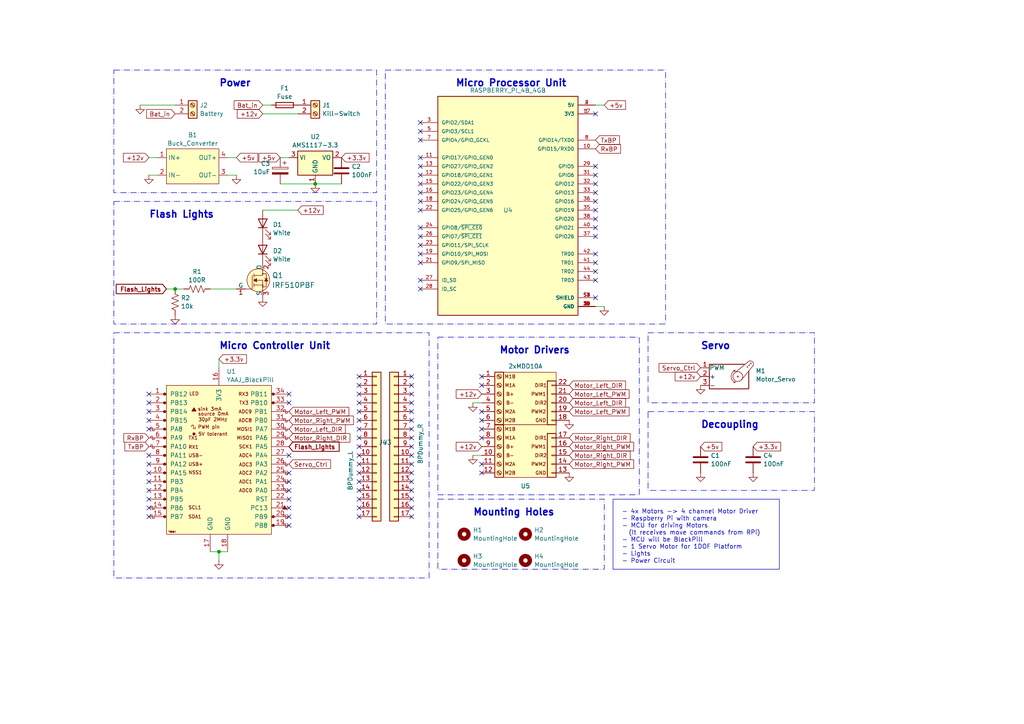
<source format=kicad_sch>
(kicad_sch (version 20230121) (generator eeschema)
  (paper "A4")
  (title_block (title "Surveillance Robot") (date "2023-11-13") (rev "v1") (company "MIT, Mechatronics B, 26'"))
  (lib_symbols
    (symbol "Connector:Screw_Terminal_01x02" (pin_names (offset 1.016) hide)
      (property "Reference" "J" (at 0 2.54 0))
      (property "Value" "Screw_Terminal_01x02" (at 0 -5.08 0))
      (symbol "Screw_Terminal_01x02_1_1"
        (rectangle (start -1.27 1.27) (end 1.27 -3.81) (stroke (width 0.254)) (fill (type background)))
        (circle (center 0 -2.54) (radius 0.635) (stroke (width 0.1524)))
        (polyline (pts (xy -0.5334 -2.2098) (xy 0.3302 -3.048)) (stroke (width 0.1524)))
        (polyline (pts (xy -0.5334 0.3302) (xy 0.3302 -0.508)) (stroke (width 0.1524)))
        (polyline (pts (xy -0.3556 -2.032) (xy 0.508 -2.8702)) (stroke (width 0.1524)))
        (polyline (pts (xy -0.3556 0.508) (xy 0.508 -0.3302)) (stroke (width 0.1524)))
        (circle (center 0 0) (radius 0.635) (stroke (width 0.1524)))
        (pin passive line (at -5.08 0 0) (length 3.81) (name "Pin_1") (number "1"))
        (pin passive line (at -5.08 -2.54 0) (length 3.81) (name "Pin_2") (number "2"))
      )
    )
    (symbol "Connector_Generic:Conn_01x17" (pin_names (offset 1.016) hide)
      (property "Reference" "J" (at 0 22.86 0))
      (property "Value" "Conn_01x17" (at 0 -22.86 0))
      (symbol "Conn_01x17_1_1"
        (rectangle (start -1.27 -20.193) (end 0 -20.447) (stroke (width 0.1524)))
        (rectangle (start -1.27 -17.653) (end 0 -17.907) (stroke (width 0.1524)))
        (rectangle (start -1.27 -15.113) (end 0 -15.367) (stroke (width 0.1524)))
        (rectangle (start -1.27 -12.573) (end 0 -12.827) (stroke (width 0.1524)))
        (rectangle (start -1.27 -10.033) (end 0 -10.287) (stroke (width 0.1524)))
        (rectangle (start -1.27 -7.493) (end 0 -7.747) (stroke (width 0.1524)))
        (rectangle (start -1.27 -4.953) (end 0 -5.207) (stroke (width 0.1524)))
        (rectangle (start -1.27 -2.413) (end 0 -2.667) (stroke (width 0.1524)))
        (rectangle (start -1.27 0.127) (end 0 -0.127) (stroke (width 0.1524)))
        (rectangle (start -1.27 2.667) (end 0 2.413) (stroke (width 0.1524)))
        (rectangle (start -1.27 5.207) (end 0 4.953) (stroke (width 0.1524)))
        (rectangle (start -1.27 7.747) (end 0 7.493) (stroke (width 0.1524)))
        (rectangle (start -1.27 10.287) (end 0 10.033) (stroke (width 0.1524)))
        (rectangle (start -1.27 12.827) (end 0 12.573) (stroke (width 0.1524)))
        (rectangle (start -1.27 15.367) (end 0 15.113) (stroke (width 0.1524)))
        (rectangle (start -1.27 17.907) (end 0 17.653) (stroke (width 0.1524)))
        (rectangle (start -1.27 20.447) (end 0 20.193) (stroke (width 0.1524)))
        (rectangle (start -1.27 21.59) (end 1.27 -21.59) (stroke (width 0.254)) (fill (type background)))
        (pin passive line (at -5.08 20.32 0) (length 3.81) (name "Pin_1") (number "1"))
        (pin passive line (at -5.08 -2.54 0) (length 3.81) (name "Pin_10") (number "10"))
        (pin passive line (at -5.08 -5.08 0) (length 3.81) (name "Pin_11") (number "11"))
        (pin passive line (at -5.08 -7.62 0) (length 3.81) (name "Pin_12") (number "12"))
        (pin passive line (at -5.08 -10.16 0) (length 3.81) (name "Pin_13") (number "13"))
        (pin passive line (at -5.08 -12.7 0) (length 3.81) (name "Pin_14") (number "14"))
        (pin passive line (at -5.08 -15.24 0) (length 3.81) (name "Pin_15") (number "15"))
        (pin passive line (at -5.08 -17.78 0) (length 3.81) (name "Pin_16") (number "16"))
        (pin passive line (at -5.08 -20.32 0) (length 3.81) (name "Pin_17") (number "17"))
        (pin passive line (at -5.08 17.78 0) (length 3.81) (name "Pin_2") (number "2"))
        (pin passive line (at -5.08 15.24 0) (length 3.81) (name "Pin_3") (number "3"))
        (pin passive line (at -5.08 12.7 0) (length 3.81) (name "Pin_4") (number "4"))
        (pin passive line (at -5.08 10.16 0) (length 3.81) (name "Pin_5") (number "5"))
        (pin passive line (at -5.08 7.62 0) (length 3.81) (name "Pin_6") (number "6"))
        (pin passive line (at -5.08 5.08 0) (length 3.81) (name "Pin_7") (number "7"))
        (pin passive line (at -5.08 2.54 0) (length 3.81) (name "Pin_8") (number "8"))
        (pin passive line (at -5.08 0 0) (length 3.81) (name "Pin_9") (number "9"))
      )
    )
    (symbol "Device:C" (pin_numbers hide) (pin_names (offset 0.254))
      (property "Reference" "C" (at 0.635 2.54 0))
      (property "Value" "C" (at 0.635 -2.54 0))
      (symbol "C_0_1"
        (polyline (pts (xy -2.032 -0.762) (xy 2.032 -0.762)) (stroke (width 0.508)))
        (polyline (pts (xy -2.032 0.762) (xy 2.032 0.762)) (stroke (width 0.508)))
      )
      (symbol "C_1_1"
        (pin passive line (at 0 3.81 270) (length 2.794) (name "~") (number "1"))
        (pin passive line (at 0 -3.81 90) (length 2.794) (name "~") (number "2"))
      )
    )
    (symbol "Device:C_Polarized" (pin_numbers hide) (pin_names (offset 0.254))
      (property "Reference" "C" (at 0.635 2.54 0))
      (property "Value" "C_Polarized" (at 0.635 -2.54 0))
      (symbol "C_Polarized_0_1"
        (rectangle (start -2.286 0.508) (end 2.286 1.016))
        (polyline (pts (xy -1.778 2.286) (xy -0.762 2.286)))
        (polyline (pts (xy -1.27 2.794) (xy -1.27 1.778)))
        (rectangle (start 2.286 -0.508) (end -2.286 -1.016) (fill (type outline)))
      )
      (symbol "C_Polarized_1_1"
        (pin passive line (at 0 3.81 270) (length 2.794) (name "~") (number "1"))
        (pin passive line (at 0 -3.81 90) (length 2.794) (name "~") (number "2"))
      )
    )
    (symbol "Device:Fuse" (pin_numbers hide) (pin_names (offset 0))
      (property "Reference" "F" (at 2.032 0 90))
      (property "Value" "Fuse" (at -1.905 0 90))
      (symbol "Fuse_0_1"
        (rectangle (start -0.762 -2.54) (end 0.762 2.54) (stroke (width 0.254)))
        (polyline (pts (xy 0 2.54) (xy 0 -2.54)))
      )
      (symbol "Fuse_1_1"
        (pin passive line (at 0 3.81 270) (length 1.27) (name "~") (number "1"))
        (pin passive line (at 0 -3.81 90) (length 1.27) (name "~") (number "2"))
      )
    )
    (symbol "Device:R_US" (pin_numbers hide) (pin_names (offset 0))
      (property "Reference" "R" (at 2.54 0 90))
      (property "Value" "R_US" (at -2.54 0 90))
      (symbol "R_US_0_1"
        (polyline (pts (xy 0 -2.286) (xy 0 -2.54)))
        (polyline (pts (xy 0 2.286) (xy 0 2.54)))
        (polyline (pts (xy 0 -0.762) (xy 1.016 -1.143) (xy 0 -1.524) (xy -1.016 -1.905) (xy 0 -2.286)))
        (polyline (pts (xy 0 0.762) (xy 1.016 0.381) (xy 0 0) (xy -1.016 -0.381) (xy 0 -0.762)))
        (polyline (pts (xy 0 2.286) (xy 1.016 1.905) (xy 0 1.524) (xy -1.016 1.143) (xy 0 0.762)))
      )
      (symbol "R_US_1_1"
        (pin passive line (at 0 3.81 270) (length 1.27) (name "~") (number "1"))
        (pin passive line (at 0 -3.81 90) (length 1.27) (name "~") (number "2"))
      )
    )
    (symbol "Mechanical:MountingHole" (pin_names (offset 1.016))
      (property "Reference" "H" (at 0 5.08 0))
      (property "Value" "MountingHole" (at 0 3.175 0))
      (symbol "MountingHole_0_1"
        (circle (center 0 0) (radius 1.27) (stroke (width 1.27)))
      )
    )
    (symbol "Motor:Motor_Servo" (pin_names (offset 0.0254))
      (property "Reference" "M" (at -5.08 4.445 0))
      (property "Value" "Motor_Servo" (at -5.08 -4.064 0))
      (symbol "Motor_Servo_0_1"
        (polyline (pts (xy 2.413 -1.778) (xy 2.032 -1.778)))
        (polyline (pts (xy 2.413 -1.778) (xy 2.286 -1.397)))
        (polyline (pts (xy 2.413 1.778) (xy 1.905 1.778)))
        (polyline (pts (xy 2.413 1.778) (xy 2.286 1.397)))
        (polyline (pts (xy 6.35 4.445) (xy 2.54 1.27)))
        (polyline (pts (xy 7.62 3.175) (xy 4.191 -1.016)))
        (polyline (pts (xy 5.08 3.556) (xy -5.08 3.556) (xy -5.08 -3.556) (xy 6.35 -3.556) (xy 6.35 1.524)) (stroke (width 0.254)))
        (arc (start 2.413 1.778) (mid 1.2406 0) (end 2.413 -1.778))
        (circle (center 3.175 0) (radius 0.1778))
        (circle (center 3.175 0) (radius 1.4224))
        (circle (center 5.969 2.794) (radius 0.127))
        (circle (center 6.477 3.302) (radius 0.127))
        (circle (center 6.985 3.81) (radius 0.127))
        (arc (start 7.62 3.175) (mid 7.4485 4.2735) (end 6.35 4.445))
      )
      (symbol "Motor_Servo_1_1"
        (pin passive line (at -7.62 2.54 0) (length 2.54) (name "PWM") (number "1"))
        (pin passive line (at -7.62 0 0) (length 2.54) (name "+") (number "2"))
        (pin passive line (at -7.62 -2.54 0) (length 2.54) (name "-") (number "3"))
      )
    )
    (symbol "RASPBERRY_PI_4B_4GB:RASPBERRY_PI_4B_4GB" (pin_names (offset 1.016))
      (property "Reference" "U" (at -20.32 33.528 0))
      (property "Value" "RASPBERRY_PI_4B_4GB" (at -20.32 -33.02 0))
      (symbol "RASPBERRY_PI_4B_4GB_0_0"
        (rectangle (start -20.32 -30.48) (end 20.32 33.02) (stroke (width 0.254)) (fill (type background)))
        (pin power_in line (at 25.4 27.94 180) (length 5.08) (name "3V3") (number "1"))
        (pin bidirectional line (at 25.4 17.78 180) (length 5.08) (name "GPIO15/RXD0") (number "10"))
        (pin bidirectional line (at -25.4 15.24 0) (length 5.08) (name "GPIO17/GPIO_GEN0") (number "11"))
        (pin bidirectional line (at -25.4 10.16 0) (length 5.08) (name "GPIO18/GPIO_GEN1") (number "12"))
        (pin bidirectional line (at -25.4 12.7 0) (length 5.08) (name "GPIO27/GPIO_GEN2") (number "13"))
        (pin power_in line (at 25.4 -27.94 180) (length 5.08) (name "GND") (number "14"))
        (pin bidirectional line (at -25.4 7.62 0) (length 5.08) (name "GPIO22/GPIO_GEN3") (number "15"))
        (pin bidirectional line (at -25.4 5.08 0) (length 5.08) (name "GPIO23/GPIO_GEN4") (number "16"))
        (pin power_in line (at 25.4 27.94 180) (length 5.08) (name "3V3") (number "17"))
        (pin bidirectional line (at -25.4 2.54 0) (length 5.08) (name "GPIO24/GPIO_GEN5") (number "18"))
        (pin bidirectional line (at -25.4 -12.7 0) (length 5.08) (name "GPIO10/SPI_MOSI") (number "19"))
        (pin power_in line (at 25.4 30.48 180) (length 5.08) (name "5V") (number "2"))
        (pin power_in line (at 25.4 -27.94 180) (length 5.08) (name "GND") (number "20"))
        (pin bidirectional line (at -25.4 -15.24 0) (length 5.08) (name "GPIO9/SPI_MISO") (number "21"))
        (pin bidirectional line (at -25.4 0 0) (length 5.08) (name "GPIO25/GPIO_GEN6") (number "22"))
        (pin bidirectional line (at -25.4 -10.16 0) (length 5.08) (name "GPIO11/SPI_SCLK") (number "23"))
        (pin bidirectional line (at -25.4 -5.08 0) (length 5.08) (name "GPIO8/~{SPI_CE0}") (number "24"))
        (pin power_in line (at 25.4 -27.94 180) (length 5.08) (name "GND") (number "25"))
        (pin bidirectional line (at -25.4 -7.62 0) (length 5.08) (name "GPIO7/~{SPI_CE1}") (number "26"))
        (pin bidirectional line (at -25.4 -20.32 0) (length 5.08) (name "ID_SD") (number "27"))
        (pin bidirectional line (at -25.4 -22.86 0) (length 5.08) (name "ID_SC") (number "28"))
        (pin bidirectional line (at 25.4 12.7 180) (length 5.08) (name "GPIO5") (number "29"))
        (pin bidirectional line (at -25.4 25.4 0) (length 5.08) (name "GPIO2/SDA1") (number "3"))
        (pin power_in line (at 25.4 -27.94 180) (length 5.08) (name "GND") (number "30"))
        (pin bidirectional line (at 25.4 10.16 180) (length 5.08) (name "GPIO6") (number "31"))
        (pin bidirectional line (at 25.4 7.62 180) (length 5.08) (name "GPIO12") (number "32"))
        (pin bidirectional line (at 25.4 5.08 180) (length 5.08) (name "GPIO13") (number "33"))
        (pin power_in line (at 25.4 -27.94 180) (length 5.08) (name "GND") (number "34"))
        (pin bidirectional line (at 25.4 0 180) (length 5.08) (name "GPIO19") (number "35"))
        (pin bidirectional line (at 25.4 2.54 180) (length 5.08) (name "GPIO16") (number "36"))
        (pin bidirectional line (at 25.4 -7.62 180) (length 5.08) (name "GPIO26") (number "37"))
        (pin bidirectional line (at 25.4 -2.54 180) (length 5.08) (name "GPIO20") (number "38"))
        (pin power_in line (at 25.4 -27.94 180) (length 5.08) (name "GND") (number "39"))
        (pin power_in line (at 25.4 30.48 180) (length 5.08) (name "5V") (number "4"))
        (pin bidirectional line (at 25.4 -5.08 180) (length 5.08) (name "GPIO21") (number "40"))
        (pin bidirectional line (at 25.4 -15.24 180) (length 5.08) (name "TR01") (number "41"))
        (pin bidirectional line (at 25.4 -12.7 180) (length 5.08) (name "TR00") (number "42"))
        (pin bidirectional line (at 25.4 -20.32 180) (length 5.08) (name "TR03") (number "43"))
        (pin bidirectional line (at 25.4 -17.78 180) (length 5.08) (name "TR02") (number "44"))
        (pin bidirectional line (at -25.4 22.86 0) (length 5.08) (name "GPIO3/SCL1") (number "5"))
        (pin power_in line (at 25.4 -27.94 180) (length 5.08) (name "GND") (number "6"))
        (pin bidirectional line (at -25.4 20.32 0) (length 5.08) (name "GPIO4/GPIO_GCKL") (number "7"))
        (pin bidirectional line (at 25.4 20.32 180) (length 5.08) (name "GPIO14/TXD0") (number "8"))
        (pin power_in line (at 25.4 -27.94 180) (length 5.08) (name "GND") (number "9"))
        (pin power_in line (at 25.4 -25.4 180) (length 5.08) (name "SHIELD") (number "S1"))
        (pin power_in line (at 25.4 -25.4 180) (length 5.08) (name "SHIELD") (number "S2"))
        (pin power_in line (at 25.4 -25.4 180) (length 5.08) (name "SHIELD") (number "S3"))
        (pin power_in line (at 25.4 -25.4 180) (length 5.08) (name "SHIELD") (number "S4"))
      )
    )
    (symbol "Regulator_Linear:AMS1117-3.3"
      (property "Reference" "U" (at -3.81 3.175 0))
      (property "Value" "AMS1117-3.3" (at 0 3.175 0))
      (symbol "AMS1117-3.3_0_1"
        (rectangle (start -5.08 -5.08) (end 5.08 1.905) (stroke (width 0.254)) (fill (type background)))
      )
      (symbol "AMS1117-3.3_1_1"
        (pin power_in line (at 0 -7.62 90) (length 2.54) (name "GND") (number "1"))
        (pin power_out line (at 7.62 0 180) (length 2.54) (name "VO") (number "2"))
        (pin power_in line (at -7.62 0 0) (length 2.54) (name "VI") (number "3"))
      )
    )
    (symbol "SparkFun-LED:LED_White_0603" (pin_numbers hide) (pin_names (offset 1.016) hide)
      (property "Reference" "D" (at 0 2.54 0))
      (property "Value" "White" (at 0 -2.54 0))
      (symbol "LED_White_0603_0_1"
        (polyline (pts (xy -1.27 -1.27) (xy -1.27 1.27)) (stroke (width 0.254)))
        (polyline (pts (xy -1.27 0) (xy 1.27 0)))
        (polyline (pts (xy 1.27 -1.27) (xy 1.27 1.27) (xy -1.27 0) (xy 1.27 -1.27)) (stroke (width 0.254)))
        (polyline (pts (xy -3.048 -0.762) (xy -4.572 -2.286) (xy -3.81 -2.286) (xy -4.572 -2.286) (xy -4.572 -1.524)))
        (polyline (pts (xy -1.778 -0.762) (xy -3.302 -2.286) (xy -2.54 -2.286) (xy -3.302 -2.286) (xy -3.302 -1.524)))
      )
      (symbol "LED_White_0603_1_1"
        (pin passive line (at -3.81 0 0) (length 2.54) (name "K") (number "1"))
        (pin passive line (at 3.81 0 180) (length 2.54) (name "A") (number "2"))
      )
    )
    (symbol "Tesla_Lib:2xMDD10A"
      (property "Reference" "U" (at 0 17.145 0))
      (property "Value" "2xMDD10A" (at -0.635 -16.51 0))
      (symbol "2xMDD10A_1_1"
        (rectangle (start -8.89 0) (end -6.35 -15.24) (stroke (width 0.254)) (fill (type background)))
        (rectangle (start -8.89 0) (end 8.89 -15.24) (fill (type background)))
        (rectangle (start -8.89 15.24) (end -6.35 0) (stroke (width 0.254)) (fill (type background)))
        (rectangle (start -8.89 15.24) (end 8.89 0) (fill (type background)))
        (circle (center -7.62 -13.97) (radius 0.635) (stroke (width 0.1524)))
        (circle (center -7.62 -11.43) (radius 0.635) (stroke (width 0.1524)))
        (circle (center -7.62 -8.89) (radius 0.635) (stroke (width 0.1524)))
        (circle (center -7.62 -6.35) (radius 0.635) (stroke (width 0.1524)))
        (circle (center -7.62 -3.81) (radius 0.635) (stroke (width 0.1524)))
        (circle (center -7.62 -1.27) (radius 0.635) (stroke (width 0.1524)))
        (circle (center -7.62 1.27) (radius 0.635) (stroke (width 0.1524)))
        (circle (center -7.62 3.81) (radius 0.635) (stroke (width 0.1524)))
        (circle (center -7.62 6.35) (radius 0.635) (stroke (width 0.1524)))
        (circle (center -7.62 8.89) (radius 0.635) (stroke (width 0.1524)))
        (circle (center -7.62 11.43) (radius 0.635) (stroke (width 0.1524)))
        (circle (center -7.62 13.97) (radius 0.635) (stroke (width 0.1524)))
        (polyline (pts (xy -8.1534 -13.6398) (xy -7.2898 -14.478)) (stroke (width 0.1524)))
        (polyline (pts (xy -8.1534 -11.0998) (xy -7.2898 -11.938)) (stroke (width 0.1524)))
        (polyline (pts (xy -8.1534 -8.5598) (xy -7.2898 -9.398)) (stroke (width 0.1524)))
        (polyline (pts (xy -8.1534 -6.0198) (xy -7.2898 -6.858)) (stroke (width 0.1524)))
        (polyline (pts (xy -8.1534 -3.4798) (xy -7.2898 -4.318)) (stroke (width 0.1524)))
        (polyline (pts (xy -8.1534 -0.9398) (xy -7.2898 -1.778)) (stroke (width 0.1524)))
        (polyline (pts (xy -8.1534 1.6002) (xy -7.2898 0.762)) (stroke (width 0.1524)))
        (polyline (pts (xy -8.1534 4.1402) (xy -7.2898 3.302)) (stroke (width 0.1524)))
        (polyline (pts (xy -8.1534 6.6802) (xy -7.2898 5.842)) (stroke (width 0.1524)))
        (polyline (pts (xy -8.1534 9.2202) (xy -7.2898 8.382)) (stroke (width 0.1524)))
        (polyline (pts (xy -8.1534 11.7602) (xy -7.2898 10.922)) (stroke (width 0.1524)))
        (polyline (pts (xy -8.1534 14.3002) (xy -7.2898 13.462)) (stroke (width 0.1524)))
        (polyline (pts (xy -7.9756 -13.462) (xy -7.112 -14.3002)) (stroke (width 0.1524)))
        (polyline (pts (xy -7.9756 -10.922) (xy -7.112 -11.7602)) (stroke (width 0.1524)))
        (polyline (pts (xy -7.9756 -8.382) (xy -7.112 -9.2202)) (stroke (width 0.1524)))
        (polyline (pts (xy -7.9756 -5.842) (xy -7.112 -6.6802)) (stroke (width 0.1524)))
        (polyline (pts (xy -7.9756 -3.302) (xy -7.112 -4.1402)) (stroke (width 0.1524)))
        (polyline (pts (xy -7.9756 -0.762) (xy -7.112 -1.6002)) (stroke (width 0.1524)))
        (polyline (pts (xy -7.9756 1.778) (xy -7.112 0.9398)) (stroke (width 0.1524)))
        (polyline (pts (xy -7.9756 4.318) (xy -7.112 3.4798)) (stroke (width 0.1524)))
        (polyline (pts (xy -7.9756 6.858) (xy -7.112 6.0198)) (stroke (width 0.1524)))
        (polyline (pts (xy -7.9756 9.398) (xy -7.112 8.5598)) (stroke (width 0.1524)))
        (polyline (pts (xy -7.9756 11.938) (xy -7.112 11.0998)) (stroke (width 0.1524)))
        (polyline (pts (xy -7.9756 14.478) (xy -7.112 13.6398)) (stroke (width 0.1524)))
        (rectangle (start 6.35 -15.24) (end 8.89 -2.54) (stroke (width 0.254)) (fill (type background)))
        (rectangle (start 6.35 0) (end 8.89 12.7) (stroke (width 0.254)) (fill (type background)))
        (rectangle (start 7.62 -14.097) (end 8.89 -13.843) (stroke (width 0.1524)))
        (rectangle (start 7.62 -11.557) (end 8.89 -11.303) (stroke (width 0.1524)))
        (rectangle (start 7.62 -9.017) (end 8.89 -8.763) (stroke (width 0.1524)))
        (rectangle (start 7.62 -6.477) (end 8.89 -6.223) (stroke (width 0.1524)))
        (rectangle (start 7.62 -3.937) (end 8.89 -3.683) (stroke (width 0.1524)))
        (rectangle (start 7.62 1.143) (end 8.89 1.397) (stroke (width 0.1524)))
        (rectangle (start 7.62 3.683) (end 8.89 3.937) (stroke (width 0.1524)))
        (rectangle (start 7.62 6.223) (end 8.89 6.477) (stroke (width 0.1524)))
        (rectangle (start 7.62 8.763) (end 8.89 9.017) (stroke (width 0.1524)))
        (rectangle (start 7.62 11.303) (end 8.89 11.557) (stroke (width 0.1524)))
        (text "B+" (at -4.445 -6.35 0) (effects (font (size 1 1))))
        (text "B+" (at -4.445 8.89 0) (effects (font (size 1 1))))
        (text "B-" (at -4.445 -8.89 0) (effects (font (size 1 1))))
        (text "B-" (at -4.445 6.35 0) (effects (font (size 1 1))))
        (text "DIR1" (at 4.445 -3.81 0) (effects (font (size 1 1))))
        (text "DIR1" (at 4.445 11.43 0) (effects (font (size 1 1))))
        (text "DIR2" (at 4.445 -8.89 0) (effects (font (size 1 1))))
        (text "DIR2" (at 4.445 6.35 0) (effects (font (size 1 1))))
        (text "GND" (at 4.445 -13.97 0) (effects (font (size 1 1))))
        (text "GND" (at 4.445 1.27 0) (effects (font (size 1 1))))
        (text "M1A" (at -4.445 -3.81 0) (effects (font (size 1 1))))
        (text "M1A" (at -4.445 11.43 0) (effects (font (size 1 1))))
        (text "M1B" (at -4.445 -1.27 0) (effects (font (size 1 1))))
        (text "M1B" (at -4.445 13.97 0) (effects (font (size 1 1))))
        (text "M2A" (at -4.445 -11.43 0) (effects (font (size 1 1))))
        (text "M2A" (at -4.445 3.81 0) (effects (font (size 1 1))))
        (text "M2B" (at -4.445 -13.97 0) (effects (font (size 1 1))))
        (text "M2B" (at -4.445 1.27 0) (effects (font (size 1 1))))
        (text "PWM1" (at 3.81 -6.35 0) (effects (font (size 1 1))))
        (text "PWM1" (at 3.81 8.89 0) (effects (font (size 1 1))))
        (text "PWM2" (at 3.81 -11.43 0) (effects (font (size 1 1))))
        (text "PWM2" (at 3.81 3.81 0) (effects (font (size 1 1))))
        (pin passive line (at -12.7 13.97 0) (length 3.81) (name "") (number "1"))
        (pin passive line (at -12.7 -8.89 0) (length 3.81) (name "") (number "10"))
        (pin passive line (at -12.7 -11.43 0) (length 3.81) (name "") (number "11"))
        (pin passive line (at -12.7 -13.97 0) (length 3.81) (name "") (number "12"))
        (pin passive line (at 12.7 -13.97 180) (length 3.81) (name "") (number "13"))
        (pin passive line (at 12.7 -11.43 180) (length 3.81) (name "") (number "14"))
        (pin passive line (at 12.7 -8.89 180) (length 3.81) (name "") (number "15"))
        (pin passive line (at 12.7 -6.35 180) (length 3.81) (name "") (number "16"))
        (pin passive line (at 12.7 -3.81 180) (length 3.81) (name "") (number "17"))
        (pin passive line (at 12.7 1.27 180) (length 3.81) (name "") (number "18"))
        (pin passive line (at 12.7 3.81 180) (length 3.81) (name "") (number "19"))
        (pin passive line (at -12.7 11.43 0) (length 3.81) (name "") (number "2"))
        (pin passive line (at 12.7 6.35 180) (length 3.81) (name "") (number "20"))
        (pin passive line (at 12.7 8.89 180) (length 3.81) (name "") (number "21"))
        (pin passive line (at 12.7 11.43 180) (length 3.81) (name "") (number "22"))
        (pin passive line (at -12.7 8.89 0) (length 3.81) (name "") (number "3"))
        (pin passive line (at -12.7 6.35 0) (length 3.81) (name "") (number "4"))
        (pin passive line (at -12.7 3.81 0) (length 3.81) (name "") (number "5"))
        (pin passive line (at -12.7 1.27 0) (length 3.81) (name "") (number "6"))
        (pin passive line (at -12.7 -1.27 0) (length 3.81) (name "") (number "7"))
        (pin passive line (at -12.7 -3.81 0) (length 3.81) (name "") (number "8"))
        (pin passive line (at -12.7 -6.35 0) (length 3.81) (name "") (number "9"))
      )
    )
    (symbol "Tesla_Lib:Buck_Converter"
      (property "Reference" "B" (at 0 6.35 0))
      (property "Value" "Buck_Converter" (at 0 -6.35 0))
      (symbol "Buck_Converter_1_1"
        (rectangle (start -7.62 5.08) (end 7.62 -5.08) (fill (type background)))
        (pin input line (at -10.16 2.54 0) (length 2.54) (name "IN+") (number "1"))
        (pin input line (at -10.16 -2.54 0) (length 2.54) (name "IN-") (number "2"))
        (pin output line (at 10.16 -2.54 180) (length 2.54) (name "OUT-") (number "3"))
        (pin output line (at 10.16 2.54 180) (length 2.54) (name "OUT+") (number "4"))
      )
    )
    (symbol "YAAJ_BlackPill:YAAJ_BlackPill" (pin_names (offset 1.016))
      (property "Reference" "U" (at -12.7 22.86 0))
      (property "Value" "YAAJ_BlackPill" (at 0 -5.08 90))
      (symbol "YAAJ_BlackPill_0_0"
        (circle (center -15.748 -17.78) (radius 0.3556) (fill (type outline)))
        (circle (center -15.748 -15.24) (radius 0.3556) (fill (type outline)))
        (circle (center -15.748 -12.7) (radius 0.3556) (fill (type outline)))
        (circle (center -15.748 -10.16) (radius 0.3556) (fill (type outline)))
        (circle (center -15.748 -7.62) (radius 0.3556) (fill (type outline)))
        (circle (center -15.748 -5.08) (radius 0.3556) (fill (type outline)))
        (circle (center -15.748 -2.54) (radius 0.3556) (fill (type outline)))
        (circle (center -15.748 0) (radius 0.3556) (fill (type outline)))
        (circle (center -15.748 2.54) (radius 0.3556) (fill (type outline)))
        (circle (center -15.748 5.08) (radius 0.3556) (fill (type outline)))
        (circle (center -15.748 7.62) (radius 0.3556) (fill (type outline)))
        (circle (center -15.748 10.16) (radius 0.3556) (fill (type outline)))
        (circle (center -15.748 12.7) (radius 0.3556) (fill (type outline)))
        (circle (center -15.748 17.78) (radius 0.3556) (fill (type outline)))
        (circle (center -7.239 6.223) (radius 0.127) (fill (type outline)))
        (circle (center -7.239 6.223) (radius 0.254))
        (circle (center -7.239 6.223) (radius 0.3556))
        (polyline (pts (xy -7.874 12.827) (xy -7.239 13.843) (xy -6.604 12.827) (xy -7.874 12.827) (xy -7.239 13.716) (xy -6.731 12.827) (xy -7.747 12.954) (xy -7.239 13.589) (xy -6.858 12.827) (xy -7.62 13.081) (xy -7.112 13.462) (xy -6.985 12.827) (xy -7.493 13.208) (xy -6.985 13.335) (xy -7.112 12.954) (xy -7.366 13.208) (xy -7.112 13.081) (xy -7.239 13.335)))
        (polyline (pts (xy 18.415 -15.621) (xy 19.05 -14.605) (xy 19.685 -15.621) (xy 18.415 -15.621) (xy 19.05 -14.732) (xy 19.558 -15.621) (xy 18.542 -15.494) (xy 19.05 -14.859) (xy 19.431 -15.621) (xy 18.669 -15.367) (xy 19.177 -14.986) (xy 19.304 -15.621) (xy 18.796 -15.24) (xy 19.304 -15.113) (xy 19.177 -15.494) (xy 18.923 -15.24) (xy 19.177 -15.367) (xy 19.05 -15.113)))
        (circle (center 15.748 -20.32) (radius 0.3556) (fill (type outline)))
        (circle (center 15.748 -17.78) (radius 0.3556) (fill (type outline)))
        (circle (center 15.748 15.24) (radius 0.254) (fill (type outline)))
        (circle (center 15.748 15.24) (radius 0.3556))
        (circle (center 15.748 17.78) (radius 0.254) (fill (type outline)))
        (circle (center 15.748 17.78) (radius 0.3556))
        (text "30pF 2MHz" (at -1.778 10.414 0) (effects (font (size 0.9906 0.9906))))
        (text "5V tolerant" (at -1.778 6.223 0) (effects (font (size 0.9906 0.9906))))
        (text "ADC0" (at 7.747 -10.16 0) (effects (font (size 0.9906 0.9906))))
        (text "ADC1" (at 7.747 -7.62 0) (effects (font (size 0.9906 0.9906))))
        (text "ADC2" (at 7.747 -5.08 0) (effects (font (size 0.9906 0.9906))))
        (text "ADC3" (at 7.747 -2.667 0) (effects (font (size 0.9906 0.9906))))
        (text "ADC4" (at 7.747 0 0) (effects (font (size 0.9906 0.9906))))
        (text "ADC8" (at 7.62 10.16 0) (effects (font (size 0.9906 0.9906))))
        (text "ADC9" (at 7.62 12.7 0) (effects (font (size 0.9906 0.9906))))
        (text "LED" (at -7.239 17.907 0) (effects (font (size 0.9906 0.9906))))
        (text "MISO1" (at 7.493 5.08 0) (effects (font (size 0.9906 0.9906))))
        (text "MOSI1" (at 7.493 7.62 0) (effects (font (size 0.9906 0.9906))))
        (text "NSS1" (at -6.858 -4.953 0) (effects (font (size 0.9906 0.9906))))
        (text "PWM pin" (at -2.921 8.255 0) (effects (font (size 0.9906 0.9906))))
        (text "RX1" (at -7.366 2.413 0) (effects (font (size 0.9906 0.9906))))
        (text "RX3" (at 7.112 17.78 0) (effects (font (size 0.9906 0.9906))))
        (text "SCK1" (at 7.747 2.54 0) (effects (font (size 0.9906 0.9906))))
        (text "SCL1" (at -6.985 -15.113 0) (effects (font (size 0.9906 0.9906))))
        (text "SDA1" (at -6.985 -17.78 0) (effects (font (size 0.9906 0.9906))))
        (text "sink 3mA" (at -2.667 13.462 0) (effects (font (size 0.9906 0.9906))))
        (text "source 0mA" (at -1.651 12.065 0) (effects (font (size 0.9906 0.9906))))
        (text "TX1" (at -7.493 5.08 0) (effects (font (size 0.9906 0.9906))))
        (text "TX3" (at 7.239 15.24 0) (effects (font (size 0.9906 0.9906))))
        (text "USB+" (at -6.731 -2.54 0) (effects (font (size 0.9906 0.9906))))
        (text "USB-" (at -6.731 0 0) (effects (font (size 0.9906 0.9906))))
        (text "Y@@J" (at -13.589 -22.098 0) (effects (font (size 0.508 0.508))))
      )
      (symbol "YAAJ_BlackPill_0_1"
        (rectangle (start -15.24 20.32) (end 15.24 -22.86) (fill (type background)))
        (polyline (pts (xy -18.796 -17.78) (xy -18.796 -18.288) (xy -19.304 -18.288) (xy -19.304 -17.272) (xy -19.812 -17.272) (xy -19.812 -17.78)))
        (polyline (pts (xy -18.796 -15.24) (xy -18.796 -15.748) (xy -19.304 -15.748) (xy -19.304 -14.732) (xy -19.812 -14.732) (xy -19.812 -15.24)))
        (polyline (pts (xy -18.796 2.54) (xy -18.796 2.032) (xy -19.304 2.032) (xy -19.304 3.048) (xy -19.812 3.048) (xy -19.812 2.54)))
        (polyline (pts (xy -18.796 5.08) (xy -18.796 4.572) (xy -19.304 4.572) (xy -19.304 5.588) (xy -19.812 5.588) (xy -19.812 5.08)))
        (polyline (pts (xy -18.796 7.62) (xy -18.796 7.112) (xy -19.304 7.112) (xy -19.304 8.128) (xy -19.812 8.128) (xy -19.812 7.62)))
        (polyline (pts (xy -6.858 8.255) (xy -6.858 7.747) (xy -7.366 7.747) (xy -7.366 8.763) (xy -7.874 8.763) (xy -7.874 8.255)))
        (polyline (pts (xy 18.796 -20.32) (xy 18.796 -19.812) (xy 19.304 -19.812) (xy 19.304 -20.828) (xy 19.812 -20.828) (xy 19.812 -20.32)))
        (polyline (pts (xy 18.796 -17.78) (xy 18.796 -17.272) (xy 19.304 -17.272) (xy 19.304 -18.288) (xy 19.812 -18.288) (xy 19.812 -17.78)))
        (polyline (pts (xy 19.812 -10.16) (xy 19.812 -10.668) (xy 19.304 -10.668) (xy 19.304 -9.652) (xy 18.796 -9.652) (xy 18.796 -10.16)))
        (polyline (pts (xy 19.812 -7.62) (xy 19.812 -8.128) (xy 19.304 -8.128) (xy 19.304 -7.112) (xy 18.796 -7.112) (xy 18.796 -7.62)))
        (polyline (pts (xy 19.812 -5.08) (xy 19.812 -5.588) (xy 19.304 -5.588) (xy 19.304 -4.572) (xy 18.796 -4.572) (xy 18.796 -5.08)))
        (polyline (pts (xy 19.812 -2.54) (xy 19.812 -3.048) (xy 19.304 -3.048) (xy 19.304 -2.032) (xy 18.796 -2.032) (xy 18.796 -2.54)))
        (polyline (pts (xy 19.812 5.08) (xy 19.812 4.572) (xy 19.304 4.572) (xy 19.304 5.588) (xy 18.796 5.588) (xy 18.796 5.08)))
        (polyline (pts (xy 19.812 7.62) (xy 19.812 7.112) (xy 19.304 7.112) (xy 19.304 8.128) (xy 18.796 8.128) (xy 18.796 7.62)))
        (polyline (pts (xy 19.812 10.16) (xy 19.812 9.652) (xy 19.304 9.652) (xy 19.304 10.668) (xy 18.796 10.668) (xy 18.796 10.16)))
        (polyline (pts (xy 19.812 12.7) (xy 19.812 12.192) (xy 19.304 12.192) (xy 19.304 13.208) (xy 18.796 13.208) (xy 18.796 12.7)))
      )
      (symbol "YAAJ_BlackPill_1_1"
        (circle (center -15.748 15.24) (radius 0.3556) (fill (type outline)))
        (pin bidirectional line (at -20.32 17.78 0) (length 5.08) (name "PB12") (number "1"))
        (pin bidirectional line (at -20.32 -5.08 0) (length 5.08) (name "PA15") (number "10"))
        (pin bidirectional line (at -20.32 -7.62 0) (length 5.08) (name "PB3") (number "11"))
        (pin bidirectional line (at -20.32 -10.16 0) (length 5.08) (name "PB4") (number "12"))
        (pin bidirectional line (at -20.32 -12.7 0) (length 5.08) (name "PB5") (number "13"))
        (pin bidirectional line (at -20.32 -15.24 0) (length 5.08) (name "PB6") (number "14"))
        (pin bidirectional line (at -20.32 -17.78 0) (length 5.08) (name "PB7") (number "15"))
        (pin power_in line (at 0 25.4 270) (length 5.08) (name "3V3") (number "16"))
        (pin power_in line (at -2.54 -27.94 90) (length 5.08) (name "GND") (number "17"))
        (pin power_in line (at 2.54 -27.94 90) (length 5.08) (name "GND") (number "18"))
        (pin bidirectional line (at 20.32 -20.32 180) (length 5.08) (name "PB8") (number "19"))
        (pin bidirectional line (at -20.32 15.24 0) (length 5.08) (name "PB13") (number "2"))
        (pin bidirectional line (at 20.32 -17.78 180) (length 5.08) (name "PB9") (number "20"))
        (pin bidirectional line (at 20.32 -15.24 180) (length 5.08) (name "PC13") (number "21"))
        (pin input line (at 20.32 -12.7 180) (length 5.08) (name "RST") (number "22"))
        (pin bidirectional line (at 20.32 -10.16 180) (length 5.08) (name "PA0") (number "23"))
        (pin bidirectional line (at 20.32 -7.62 180) (length 5.08) (name "PA1") (number "24"))
        (pin bidirectional line (at 20.32 -5.08 180) (length 5.08) (name "PA2") (number "25"))
        (pin bidirectional line (at 20.32 -2.54 180) (length 5.08) (name "PA3") (number "26"))
        (pin bidirectional line (at 20.32 0 180) (length 5.08) (name "PA4") (number "27"))
        (pin bidirectional line (at 20.32 2.54 180) (length 5.08) (name "PA5") (number "28"))
        (pin bidirectional line (at 20.32 5.08 180) (length 5.08) (name "PA6") (number "29"))
        (pin bidirectional line (at -20.32 12.7 0) (length 5.08) (name "PB14") (number "3"))
        (pin bidirectional line (at 20.32 7.62 180) (length 5.08) (name "PA7") (number "30"))
        (pin bidirectional line (at 20.32 10.16 180) (length 5.08) (name "PB0") (number "31"))
        (pin bidirectional line (at 20.32 12.7 180) (length 5.08) (name "PB1") (number "32"))
        (pin bidirectional line (at 20.32 15.24 180) (length 5.08) (name "PB10") (number "33"))
        (pin bidirectional line (at 20.32 17.78 180) (length 5.08) (name "PB11") (number "34"))
        (pin bidirectional line (at -20.32 10.16 0) (length 5.08) (name "PB15") (number "4"))
        (pin bidirectional line (at -20.32 7.62 0) (length 5.08) (name "PA8") (number "5"))
        (pin bidirectional line (at -20.32 5.08 0) (length 5.08) (name "PA9") (number "6"))
        (pin bidirectional line (at -20.32 2.54 0) (length 5.08) (name "PA10") (number "7"))
        (pin bidirectional line (at -20.32 0 0) (length 5.08) (name "PA11") (number "8"))
        (pin bidirectional line (at -20.32 -2.54 0) (length 5.08) (name "PA12") (number "9"))
      )
    )
    (symbol "dk_Transistors-FETs-MOSFETs-Single:IRF510PBF" (pin_names (offset 0))
      (property "Reference" "Q" (at -2.6924 3.6322 0))
      (property "Value" "IRF510PBF" (at 3.4544 0 90))
      (symbol "IRF510PBF_0_1"
        (circle (center -1.27 0) (radius 3.302) (fill (type background)))
        (circle (center 0 -1.905) (radius 0.127))
        (circle (center 0 -1.397) (radius 0.127))
        (polyline (pts (xy 0 -1.397) (xy -2.54 -1.397)))
        (polyline (pts (xy -5.08 -2.54) (xy -3.048 -2.54) (xy -3.048 1.397)))
        (polyline (pts (xy 0 -2.54) (xy 0 0) (xy -2.54 0)))
        (polyline (pts (xy 0 2.54) (xy 0 1.397) (xy -2.54 1.397)))
        (polyline (pts (xy -0.127 -1.905) (xy 1.016 -1.905) (xy 1.016 1.397) (xy 1.016 1.905) (xy -0.127 1.905)))
        (circle (center 0 1.905) (radius 0.127))
      )
      (symbol "IRF510PBF_1_1"
        (polyline (pts (xy -2.54 -1.397) (xy -2.54 -1.905)))
        (polyline (pts (xy -2.54 -1.397) (xy -2.54 -0.889)))
        (polyline (pts (xy -2.54 0) (xy -2.54 -0.508)))
        (polyline (pts (xy -2.54 0) (xy -2.54 0.508)))
        (polyline (pts (xy -2.54 1.905) (xy -2.54 0.889)))
        (polyline (pts (xy 1.524 0.508) (xy 0.508 0.508)))
        (polyline (pts (xy -2.54 0) (xy -1.778 0.508) (xy -1.778 -0.508) (xy -2.54 0)) (fill (type outline)))
        (polyline (pts (xy 1.016 0.508) (xy 0.508 -0.254) (xy 1.524 -0.254) (xy 1.016 0.508)) (fill (type outline)))
        (pin bidirectional line (at -7.62 -2.54 0) (length 2.54) (name "G") (number "1"))
        (pin bidirectional line (at 0 5.08 270) (length 2.54) (name "D") (number "2"))
        (pin bidirectional line (at 0 -5.08 90) (length 2.54) (name "S") (number "3"))
      )
    )
    (symbol "power:GND" (power) (pin_names (offset 0))
      (property "Value" "GND" (at 0 -3.81 0))
      (symbol "GND_0_1"
        (polyline (pts (xy 0 0) (xy 0 -1.27) (xy 1.27 -1.27) (xy 0 -2.54) (xy -1.27 -1.27) (xy 0 -1.27)))
      )
      (symbol "GND_1_1"
        (pin power_in line (at 0 0 270) (length 0) hide (name "GND") (number "1"))
      )
    )
  )
  (junction (at 63.5 160.02))
  (junction (at 91.44 53.34))
  (junction (at 50.8 83.82))
  (no_connect (at 119.38 147.32))
  (no_connect (at 83.82 142.24))
  (no_connect (at 43.18 144.78))
  (no_connect (at 172.72 33.02))
  (no_connect (at 83.82 147.32))
  (no_connect (at 104.14 119.38))
  (no_connect (at 119.38 119.38))
  (no_connect (at 172.72 50.8))
  (no_connect (at 172.72 66.04))
  (no_connect (at 121.92 60.96))
  (no_connect (at 83.82 144.78))
  (no_connect (at 104.14 127))
  (no_connect (at 139.7 121.92))
  (no_connect (at 104.14 129.54))
  (no_connect (at 121.92 55.88))
  (no_connect (at 172.72 73.66))
  (no_connect (at 119.38 114.3))
  (no_connect (at 43.18 147.32))
  (no_connect (at 43.18 132.08))
  (no_connect (at 119.38 134.62))
  (no_connect (at 43.18 142.24))
  (no_connect (at 121.92 38.1))
  (no_connect (at 83.82 149.86))
  (no_connect (at 83.82 116.84))
  (no_connect (at 119.38 132.08))
  (no_connect (at 172.72 78.74))
  (no_connect (at 121.92 76.2))
  (no_connect (at 43.18 119.38))
  (no_connect (at 139.7 127))
  (no_connect (at 119.38 124.46))
  (no_connect (at 104.14 124.46))
  (no_connect (at 104.14 142.24))
  (no_connect (at 43.18 137.16))
  (no_connect (at 119.38 129.54))
  (no_connect (at 119.38 139.7))
  (no_connect (at 121.92 40.64))
  (no_connect (at 172.72 60.96))
  (no_connect (at 43.18 139.7))
  (no_connect (at 119.38 127))
  (no_connect (at 104.14 114.3))
  (no_connect (at 119.38 149.86))
  (no_connect (at 139.7 134.62))
  (no_connect (at 83.82 137.16))
  (no_connect (at 121.92 66.04))
  (no_connect (at 172.72 68.58))
  (no_connect (at 104.14 134.62))
  (no_connect (at 121.92 48.26))
  (no_connect (at 172.72 63.5))
  (no_connect (at 119.38 144.78))
  (no_connect (at 43.18 121.92))
  (no_connect (at 83.82 114.3))
  (no_connect (at 172.72 81.28))
  (no_connect (at 139.7 111.76))
  (no_connect (at 119.38 142.24))
  (no_connect (at 119.38 111.76))
  (no_connect (at 121.92 68.58))
  (no_connect (at 172.72 58.42))
  (no_connect (at 83.82 132.08))
  (no_connect (at 121.92 53.34))
  (no_connect (at 43.18 124.46))
  (no_connect (at 172.72 86.36))
  (no_connect (at 121.92 35.56))
  (no_connect (at 104.14 137.16))
  (no_connect (at 43.18 116.84))
  (no_connect (at 104.14 109.22))
  (no_connect (at 119.38 121.92))
  (no_connect (at 121.92 83.82))
  (no_connect (at 104.14 116.84))
  (no_connect (at 121.92 45.72))
  (no_connect (at 172.72 55.88))
  (no_connect (at 83.82 139.7))
  (no_connect (at 172.72 53.34))
  (no_connect (at 121.92 71.12))
  (no_connect (at 121.92 73.66))
  (no_connect (at 121.92 58.42))
  (no_connect (at 119.38 109.22))
  (no_connect (at 119.38 116.84))
  (no_connect (at 139.7 137.16))
  (no_connect (at 104.14 149.86))
  (no_connect (at 83.82 152.4))
  (no_connect (at 121.92 81.28))
  (no_connect (at 139.7 109.22))
  (no_connect (at 121.92 50.8))
  (no_connect (at 43.18 114.3))
  (no_connect (at 43.18 149.86))
  (no_connect (at 104.14 147.32))
  (no_connect (at 104.14 144.78))
  (no_connect (at 104.14 139.7))
  (no_connect (at 139.7 119.38))
  (no_connect (at 104.14 121.92))
  (no_connect (at 139.7 124.46))
  (no_connect (at 104.14 132.08))
  (no_connect (at 172.72 48.26))
  (no_connect (at 172.72 76.2))
  (no_connect (at 119.38 137.16))
  (no_connect (at 104.14 111.76))
  (no_connect (at 43.18 134.62))
  (wire (pts (xy 137.16 132.08) (xy 139.7 132.08)))
  (wire (pts (xy 81.28 45.72) (xy 83.82 45.72)))
  (wire (pts (xy 76.2 33.02) (xy 86.36 33.02)))
  (wire (pts (xy 63.5 160.02) (xy 63.5 162.56)))
  (wire (pts (xy 53.34 83.82) (xy 50.8 83.82)))
  (wire (pts (xy 91.44 53.34) (xy 99.06 53.34)))
  (wire (pts (xy 63.5 104.14) (xy 63.5 106.68)))
  (wire (pts (xy 76.2 30.48) (xy 78.74 30.48)))
  (wire (pts (xy 172.72 88.9) (xy 175.26 88.9)))
  (wire (pts (xy 48.26 83.82) (xy 50.8 83.82)))
  (wire (pts (xy 63.5 160.02) (xy 66.04 160.02)))
  (wire (pts (xy 81.28 53.34) (xy 91.44 53.34)))
  (wire (pts (xy 137.16 116.84) (xy 139.7 116.84)))
  (wire (pts (xy 68.58 50.8) (xy 66.04 50.8)))
  (wire (pts (xy 86.36 60.96) (xy 76.2 60.96)))
  (wire (pts (xy 68.58 45.72) (xy 66.04 45.72)))
  (wire (pts (xy 68.58 83.82) (xy 60.96 83.82)))
  (wire (pts (xy 60.96 160.02) (xy 63.5 160.02)))
  (wire (pts (xy 40.64 30.48) (xy 50.8 30.48)))
  (wire (pts (xy 43.18 45.72) (xy 45.72 45.72)))
  (wire (pts (xy 43.18 50.8) (xy 45.72 50.8)))
  (wire (pts (xy 172.72 30.48) (xy 175.26 30.48)))
  (rectangle (start 127 97.79) (end 185.42 143.51) (stroke (width 0) (type dash_dot)))
  (rectangle (start 111.76 20.32) (end 193.04 93.98) (stroke (width 0) (type dash_dot)))
  (rectangle (start 127 144.78) (end 175.26 165.1) (stroke (width 0) (type dash_dot)))
  (rectangle (start 33.02 20.32) (end 109.22 55.88) (stroke (width 0) (type dash_dot)))
  (rectangle (start 187.96 96.52) (end 236.22 116.84) (stroke (width 0) (type dash_dot)))
  (rectangle (start 177.8 144.78) (end 226.06 165.1))
  (rectangle (start 187.96 119.38) (end 236.22 142.24) (stroke (width 0) (type dash_dot)))
  (rectangle (start 33.02 96.52) (end 124.46 167.64) (stroke (width 0) (type dash_dot)))
  (rectangle (start 33.02 58.42) (end 109.22 93.98) (stroke (width 0) (type dash_dot)))
  (text "Power" (at 63.5 25.4 0) (effects (font (size 2 2) (thickness 0.4) bold) (justify left bottom)))
  (text "Micro Processor Unit" (at 132.08 25.4 0) (effects (font (size 2 2) (thickness 0.4) bold) (justify left bottom)))
  (text "Micro Controller Unit" (at 63.5 101.6 0) (effects (font (size 2 2) (thickness 0.4) bold) (justify left bottom)))
  (text "Flash Lights\n" (at 43.18 63.5 0) (effects (font (size 2 2) (thickness 0.4) bold) (justify left bottom)))
  (text "Mounting Holes" (at 137.16 149.86 0) (effects (font (size 2 2) (thickness 0.4) bold) (justify left bottom)))
  (text "Servo" (at 203.2 101.6 0) (effects (font (size 2 2) (thickness 0.4) bold) (justify left bottom)))
  (text "Decoupling" (at 203.2 124.46 0) (effects (font (size 2 2) (thickness 0.4) bold) (justify left bottom)))
  (text "- 4x Motors -> 4 channel Motor Driver\n- Raspberry Pi with camera\n- MCU for driving Motors \n  (It receives move commands from RPi)\n- MCU will be BlackPill\n- 1 Servo Motor for 1DOF Platform\n- Lights\n- Power Circuit\n\n\n" (at 180.34 167.64 0) (effects (font (size 1.27 1.27)) (justify left bottom)))
  (text "Motor Drivers" (at 144.78 102.87 0) (effects (font (size 2 2) (thickness 0.4) bold) (justify left bottom)))
  (global_label "Motor_Left_DIR" (shape input) (at 165.1 111.76 0) (property "Intersheetrefs" "${INTERSHEET_REFS}" (effects hide)))
  (global_label "+5v" (shape input) (at 175.26 30.48 0) (property "Intersheetrefs" "${INTERSHEET_REFS}" (effects hide)))
  (global_label "+3.3v" (shape input) (at 63.5 104.14 0) (property "Intersheetrefs" "${INTERSHEET_REFS}" (effects hide)))
  (global_label "+12v" (shape input) (at 76.2 33.02 180) (property "Intersheetrefs" "${INTERSHEET_REFS}" (effects hide)))
  (global_label "Motor_Left_DIR" (shape input) (at 165.1 116.84 0) (property "Intersheetrefs" "${INTERSHEET_REFS}" (effects hide)))
  (global_label "Bat_in" (shape input) (at 76.2 30.48 180) (property "Intersheetrefs" "${INTERSHEET_REFS}" (effects hide)))
  (global_label "Motor_Right_PWM" (shape input) (at 165.1 129.54 0) (property "Intersheetrefs" "${INTERSHEET_REFS}" (effects hide)))
  (global_label "Motor_Right_DIR" (shape input) (at 165.1 132.08 0) (property "Intersheetrefs" "${INTERSHEET_REFS}" (effects hide)))
  (global_label "+12v" (shape input) (at 203.2 109.22 180) (property "Intersheetrefs" "${INTERSHEET_REFS}" (effects hide)))
  (global_label "RxBP" (shape input) (at 172.72 43.18 0) (property "Intersheetrefs" "${INTERSHEET_REFS}" (effects hide)))
  (global_label "Motor_Left_PWM" (shape input) (at 83.82 119.38 0) (property "Intersheetrefs" "${INTERSHEET_REFS}" (effects hide)))
  (global_label "+5v" (shape input) (at 81.28 45.72 180) (property "Intersheetrefs" "${INTERSHEET_REFS}" (effects hide)))
  (global_label "+5v" (shape input) (at 203.2 129.54 0) (property "Intersheetrefs" "${INTERSHEET_REFS}" (effects hide)))
  (global_label "Motor_Left_PWM" (shape input) (at 165.1 119.38 0) (property "Intersheetrefs" "${INTERSHEET_REFS}" (effects hide)))
  (global_label "Flash_Lights" (shape input) (at 48.26 83.82 180) (effects (font bold)) (property "Intersheetrefs" "${INTERSHEET_REFS}" (effects hide)))
  (global_label "TxBP" (shape input) (at 43.18 129.54 180) (property "Intersheetrefs" "${INTERSHEET_REFS}" (effects hide)))
  (global_label "RxBP" (shape input) (at 43.18 127 180) (property "Intersheetrefs" "${INTERSHEET_REFS}" (effects hide)))
  (global_label "Motor_Right_DIR" (shape input) (at 83.82 127 0) (property "Intersheetrefs" "${INTERSHEET_REFS}" (effects hide)))
  (global_label "Motor_Right_DIR" (shape input) (at 165.1 127 0) (property "Intersheetrefs" "${INTERSHEET_REFS}" (effects hide)))
  (global_label "Bat_in" (shape input) (at 50.8 33.02 180) (property "Intersheetrefs" "${INTERSHEET_REFS}" (effects hide)))
  (global_label "+3.3v" (shape input) (at 99.06 45.72 0) (property "Intersheetrefs" "${INTERSHEET_REFS}" (effects hide)))
  (global_label "Servo_Ctrl" (shape input) (at 83.82 134.62 0) (property "Intersheetrefs" "${INTERSHEET_REFS}" (effects hide)))
  (global_label "TxBP" (shape input) (at 172.72 40.64 0) (property "Intersheetrefs" "${INTERSHEET_REFS}" (effects hide)))
  (global_label "Motor_Right_PWM" (shape input) (at 165.1 134.62 0) (property "Intersheetrefs" "${INTERSHEET_REFS}" (effects hide)))
  (global_label "+12v" (shape input) (at 139.7 129.54 180) (property "Intersheetrefs" "${INTERSHEET_REFS}" (effects hide)))
  (global_label "+12v" (shape input) (at 43.18 45.72 180) (property "Intersheetrefs" "${INTERSHEET_REFS}" (effects hide)))
  (global_label "+3.3v" (shape input) (at 218.44 129.54 0) (property "Intersheetrefs" "${INTERSHEET_REFS}" (effects hide)))
  (global_label "Servo_Ctrl" (shape input) (at 203.2 106.68 180) (property "Intersheetrefs" "${INTERSHEET_REFS}" (effects hide)))
  (global_label "+5v" (shape input) (at 68.58 45.72 0) (property "Intersheetrefs" "${INTERSHEET_REFS}" (effects hide)))
  (global_label "Motor_Left_PWM" (shape input) (at 165.1 114.3 0) (property "Intersheetrefs" "${INTERSHEET_REFS}" (effects hide)))
  (global_label "+12v" (shape input) (at 139.7 114.3 180) (property "Intersheetrefs" "${INTERSHEET_REFS}" (effects hide)))
  (global_label "+12v" (shape input) (at 86.36 60.96 0) (property "Intersheetrefs" "${INTERSHEET_REFS}" (effects hide)))
  (global_label "Flash_Lights" (shape input) (at 83.82 129.54 0) (effects (font bold)) (property "Intersheetrefs" "${INTERSHEET_REFS}" (effects hide)))
  (global_label "Motor_Right_PWM" (shape input) (at 83.82 121.92 0) (property "Intersheetrefs" "${INTERSHEET_REFS}" (effects hide)))
  (global_label "Motor_Left_DIR" (shape input) (at 83.82 124.46 0) (property "Intersheetrefs" "${INTERSHEET_REFS}" (effects hide)))
  (symbol (lib_id "Tesla_Lib:2xMDD10A") (at 152.4 123.19 0) (unit 1)
    (property "Reference" "U5" (at 152.4 140.97 0))
    (property "Value" "2xMDD10A" (at 152.4 106.2299 0))
    (property "Footprint" "Tesla_Lib:2xMDD10A" (effects hide))
  )
  (symbol (lib_id "RASPBERRY_PI_4B_4GB:RASPBERRY_PI_4B_4GB") (at 147.32 60.96 0) (unit 1)
    (property "Reference" "U4" (at 147.32 60.96 0))
    (property "Value" "RASPBERRY_PI_4B_4GB" (at 147.32 26.2199 0))
    (property "Footprint" "Module:MODULE_RASPBERRY_PI_4B_4GB" (effects hide))
    (property "MF" "Raspberry Pi" (effects hide))
    (property "MAXIMUM_PACKAGE_HEIGHT" "16 mm" (effects hide))
    (property "Package" "None" (effects hide))
    (property "Price" "None" (effects hide))
    (property "Check_prices" "https://www.snapeda.com/parts/RASPBERRY%20PI%204B/4GB/Raspberry+Pi/view-part/?ref=eda" (effects hide))
    (property "STANDARD" "Manufacturer Recommendations" (effects hide))
    (property "PARTREV" "4" (effects hide))
    (property "SnapEDA_Link" "https://www.snapeda.com/parts/RASPBERRY%20PI%204B/4GB/Raspberry+Pi/view-part/?ref=snap" (effects hide))
    (property "MP" "RASPBERRY PI 4B/4GB" (effects hide))
    (property "Description" "\nBCM2711 Raspberry Pi 4 Model B 4GB - ARM® Cortex®-A72 MPU Embedded Evaluation Board\n" (effects hide))
    (property "MANUFACTURER" "Raspberry Pi" (effects hide))
    (property "Availability" "Not in stock" (effects hide))
    (property "SNAPEDA_PN" "RASPBERRY PI 4B/4GB" (effects hide))
  )
  (symbol (lib_id "power:GND") (at 76.2 86.36 0) (unit 1)
    (property "Reference" "#PWR04" (effects hide))
    (property "Value" "GND" (effects hide))
  )
  (symbol (lib_id "power:GND") (at 91.44 53.34 0) (unit 1)
    (property "Reference" "#PWR014" (effects hide))
    (property "Value" "GND" (effects hide))
  )
  (symbol (lib_id "power:GND") (at 165.1 137.16 0) (unit 1)
    (property "Reference" "#PWR011" (effects hide))
    (property "Value" "GND" (effects hide))
  )
  (symbol (lib_id "Device:R_US") (at 57.15 83.82 90) (unit 1)
    (property "Reference" "R1" (at 57.15 78.7867 90))
    (property "Value" "100R" (at 57.15 81.2109 90))
    (property "Footprint" "Resistor_THT:R_Axial_DIN0207_L6.3mm_D2.5mm_P10.16mm_Horizontal" (effects hide))
  )
  (symbol (lib_id "power:GND") (at 50.8 91.44 0) (unit 1)
    (property "Reference" "#PWR05" (effects hide))
    (property "Value" "GND" (effects hide))
  )
  (symbol (lib_id "Device:C_Polarized") (at 81.28 49.53 0) (mirror y) (unit 1)
    (property "Reference" "C3" (at 78.359 47.4289 0) (effects (justify left)))
    (property "Value" "10uF" (at 78.359 49.8531 0) (effects (justify left)))
    (property "Footprint" "Capacitor_THT:CP_Radial_D13.0mm_P7.50mm" (effects hide))
  )
  (symbol (lib_id "Connector:Screw_Terminal_01x02") (at 91.44 30.48 0) (unit 1)
    (property "Reference" "J1" (at 93.472 30.5379 0) (effects (justify left)))
    (property "Value" "Kill-Switch" (at 93.472 32.9621 0) (effects (justify left)))
    (property "Footprint" "TerminalBlock_Phoenix:TerminalBlock_Phoenix_MKDS-3-2-5.08_1x02_P5.08mm_Horizontal" (effects hide))
  )
  (symbol (lib_id "Connector_Generic:Conn_01x17") (at 114.3 129.54 0) (mirror y) (unit 1)
    (property "Reference" "J4" (at 112.268 128.3279 0) (effects (justify left)))
    (property "Value" "BPDummy_R" (at 121.92 134.62 90) (effects (justify left)))
    (property "Footprint" "Connector_PinSocket_2.54mm:PinSocket_1x17_P2.54mm_Vertical" (effects hide))
  )
  (symbol (lib_id "power:GND") (at 43.18 50.8 0) (unit 1)
    (property "Reference" "#PWR02" (effects hide))
    (property "Value" "GND" (effects hide))
  )
  (symbol (lib_id "Mechanical:MountingHole") (at 134.62 154.94 0) (unit 1)
    (property "Reference" "H1" (at 137.16 153.7279 0) (effects (justify left)))
    (property "Value" "MountingHole" (at 137.16 156.1521 0) (effects (justify left)))
    (property "Footprint" "MountingHole:MountingHole_3.2mm_M3" (effects hide))
  )
  (symbol (lib_id "power:GND") (at 203.2 137.16 0) (unit 1)
    (property "Reference" "#PWR06" (effects hide))
    (property "Value" "GND" (effects hide))
  )
  (symbol (lib_id "Device:R_US") (at 50.8 87.63 180) (unit 1)
    (property "Reference" "R2" (at 52.451 86.4179 0) (effects (justify right)))
    (property "Value" "10k" (at 52.451 88.8421 0) (effects (justify right)))
    (property "Footprint" "Resistor_THT:R_Axial_DIN0207_L6.3mm_D2.5mm_P10.16mm_Horizontal" (effects hide))
  )
  (symbol (lib_id "Mechanical:MountingHole") (at 152.4 162.56 0) (unit 1)
    (property "Reference" "H4" (at 154.94 161.3479 0) (effects (justify left)))
    (property "Value" "MountingHole" (at 154.94 163.7721 0) (effects (justify left)))
    (property "Footprint" "MountingHole:MountingHole_3.2mm_M3" (effects hide))
  )
  (symbol (lib_id "power:GND") (at 63.5 162.56 0) (unit 1)
    (property "Reference" "#PWR013" (effects hide))
    (property "Value" "GND" (effects hide))
  )
  (symbol (lib_id "power:GND") (at 175.26 88.9 0) (unit 1)
    (property "Reference" "#PWR07" (effects hide))
    (property "Value" "GND" (effects hide))
  )
  (symbol (lib_id "power:GND") (at 68.58 50.8 0) (unit 1)
    (property "Reference" "#PWR03" (effects hide))
    (property "Value" "GND" (effects hide))
  )
  (symbol (lib_id "power:GND") (at 137.16 132.08 0) (unit 1)
    (property "Reference" "#PWR09" (effects hide))
    (property "Value" "GND" (effects hide))
  )
  (symbol (lib_id "Device:C") (at 203.2 133.35 0) (unit 1)
    (property "Reference" "C1" (at 206.121 132.1379 0) (effects (justify left)))
    (property "Value" "100nF" (at 206.121 134.5621 0) (effects (justify left)))
    (property "Footprint" "Capacitor_THT:C_Disc_D5.0mm_W2.5mm_P5.00mm" (effects hide))
  )
  (symbol (lib_id "Mechanical:MountingHole") (at 134.62 162.56 0) (unit 1)
    (property "Reference" "H3" (at 137.16 161.3479 0) (effects (justify left)))
    (property "Value" "MountingHole" (at 137.16 163.7721 0) (effects (justify left)))
    (property "Footprint" "MountingHole:MountingHole_3.2mm_M3" (effects hide))
  )
  (symbol (lib_id "Device:C") (at 99.06 49.53 0) (unit 1)
    (property "Reference" "C2" (at 101.981 48.3179 0) (effects (justify left)))
    (property "Value" "100nF" (at 101.981 50.7421 0) (effects (justify left)))
    (property "Footprint" "Capacitor_THT:C_Disc_D5.0mm_W2.5mm_P5.00mm" (effects hide))
  )
  (symbol (lib_id "Device:Fuse") (at 82.55 30.48 90) (unit 1)
    (property "Reference" "F1" (at 82.55 25.5737 90))
    (property "Value" "Fuse" (at 82.55 27.9979 90))
    (property "Footprint" "Fuse:Fuseholder_Cylinder-5x20mm_Schurter_FAB_0031-355x_Horizontal_Closed" (effects hide))
  )
  (symbol (lib_id "power:GND") (at 203.2 111.76 0) (unit 1)
    (property "Reference" "#PWR08" (effects hide))
    (property "Value" "GND" (effects hide))
  )
  (symbol (lib_id "Connector_Generic:Conn_01x17") (at 109.22 129.54 0) (unit 1)
    (property "Reference" "J3" (at 111.252 128.3279 0) (effects (justify left)))
    (property "Value" "BPDummy_L" (at 101.6 142.24 90) (effects (justify left)))
    (property "Footprint" "Connector_PinSocket_2.54mm:PinSocket_1x17_P2.54mm_Vertical" (effects hide))
  )
  (symbol (lib_id "SparkFun-LED:LED_White_0603") (at 76.2 64.77 90) (unit 1)
    (property "Reference" "D1" (at 79.121 65.1454 90) (effects (justify right)))
    (property "Value" "White" (at 79.121 67.5696 90) (effects (justify right)))
    (property "Footprint" "TerminalBlock_Phoenix:TerminalBlock_Phoenix_MPT-0,5-2-2.54_1x02_P2.54mm_Horizontal" (effects hide))
    (property "Datasheet" "https://www.qt-brightek.com/datasheet/QBLP601_series.pdf" (effects hide))
    (property "PROD_ID" "DIO-09004" (effects hide))
  )
  (symbol (lib_id "power:GND") (at 137.16 116.84 0) (unit 1)
    (property "Reference" "#PWR010" (effects hide))
    (property "Value" "GND" (effects hide))
  )
  (symbol (lib_id "Regulator_Linear:AMS1117-3.3") (at 91.44 45.72 0) (unit 1)
    (property "Reference" "U2" (at 91.44 39.6707 0))
    (property "Value" "AMS1117-3.3" (at 91.44 42.0949 0))
    (property "Footprint" "Package_TO_SOT_THT:TO-220-3_Vertical" (effects hide))
    (property "Datasheet" "http://www.advanced-monolithic.com/pdf/ds1117.pdf" (effects hide))
  )
  (symbol (lib_id "SparkFun-LED:LED_White_0603") (at 76.2 72.39 90) (unit 1)
    (property "Reference" "D2" (at 79.121 72.7654 90) (effects (justify right)))
    (property "Value" "White" (at 79.121 75.1896 90) (effects (justify right)))
    (property "Footprint" "TerminalBlock_Phoenix:TerminalBlock_Phoenix_MPT-0,5-2-2.54_1x02_P2.54mm_Horizontal" (effects hide))
    (property "Datasheet" "https://www.qt-brightek.com/datasheet/QBLP601_series.pdf" (effects hide))
    (property "PROD_ID" "DIO-09004" (effects hide))
  )
  (symbol (lib_id "Connector:Screw_Terminal_01x02") (at 55.88 30.48 0) (unit 1)
    (property "Reference" "J2" (at 57.912 30.5379 0) (effects (justify left)))
    (property "Value" "Battery" (at 57.912 32.9621 0) (effects (justify left)))
    (property "Footprint" "Connector_AMASS:AMASS_XT60-M_1x02_P7.20mm_Vertical" (effects hide))
  )
  (symbol (lib_id "Mechanical:MountingHole") (at 152.4 154.94 0) (unit 1)
    (property "Reference" "H2" (at 154.94 153.7279 0) (effects (justify left)))
    (property "Value" "MountingHole" (at 154.94 156.1521 0) (effects (justify left)))
    (property "Footprint" "MountingHole:MountingHole_3.2mm_M3" (effects hide))
  )
  (symbol (lib_id "dk_Transistors-FETs-MOSFETs-Single:IRF510PBF") (at 76.2 81.28 0) (unit 1)
    (property "Reference" "Q1" (at 78.867 79.8636 0) (effects (font (size 1.524 1.524)) (justify left)))
    (property "Value" "IRF510PBF" (at 78.867 82.6964 0) (effects (font (size 1.524 1.524)) (justify left)))
    (property "Footprint" "Package_TO_SOT_THT:TO-220-3_Vertical" (effects hide))
    (property "Datasheet" "http://www.vishay.com/docs/91015/sihf510.pdf" (effects hide))
    (property "Digi-Key_PN" "IRF510PBF-ND" (effects hide))
    (property "MPN" "IRF510PBF" (effects hide))
    (property "Category" "Discrete Semiconductor Products" (effects hide))
    (property "Family" "Transistors - FETs, MOSFETs - Single" (effects hide))
    (property "DK_Datasheet_Link" "http://www.vishay.com/docs/91015/sihf510.pdf" (effects hide))
    (property "DK_Detail_Page" "/product-detail/en/vishay-siliconix/IRF510PBF/IRF510PBF-ND/811710" (effects hide))
    (property "Description" "MOSFET N-CH 100V 5.6A TO-220AB" (effects hide))
    (property "Manufacturer" "Vishay Siliconix" (effects hide))
    (property "Status" "Active" (effects hide))
  )
  (symbol (lib_id "YAAJ_BlackPill:YAAJ_BlackPill") (at 63.5 132.08 0) (unit 1)
    (property "Reference" "U1" (at 65.6941 107.7427 0) (effects (justify left)))
    (property "Value" "YAAJ_BlackPill" (at 65.6941 110.1669 0) (effects (justify left)))
    (property "Footprint" "Kicad-STM32:YAAJ_BlackPill_2" (effects hide))
  )
  (symbol (lib_id "power:GND") (at 165.1 121.92 0) (unit 1)
    (property "Reference" "#PWR012" (effects hide))
    (property "Value" "GND" (effects hide))
  )
  (symbol (lib_id "power:GND") (at 40.64 30.48 0) (unit 1)
    (property "Reference" "#PWR01" (effects hide))
    (property "Value" "GND" (effects hide))
  )
  (symbol (lib_id "power:GND") (at 218.44 137.16 0) (unit 1)
    (property "Reference" "#PWR015" (effects hide))
    (property "Value" "GND" (effects hide))
  )
  (symbol (lib_id "Motor:Motor_Servo") (at 210.82 109.22 0) (unit 1)
    (property "Reference" "M1" (at 219.1798 107.5745 0) (effects (justify left)))
    (property "Value" "Motor_Servo" (at 219.1798 109.9987 0) (effects (justify left)))
    (property "Footprint" "Connector_PinHeader_2.54mm:PinHeader_1x03_P2.54mm_Vertical" (effects hide))
    (property "Datasheet" "http://forums.parallax.com/uploads/attachments/46831/74481.png" (effects hide))
  )
  (symbol (lib_id "Device:C") (at 218.44 133.35 0) (unit 1)
    (property "Reference" "C4" (at 221.361 132.1379 0) (effects (justify left)))
    (property "Value" "100nF" (at 221.361 134.5621 0) (effects (justify left)))
    (property "Footprint" "Capacitor_THT:C_Disc_D5.0mm_W2.5mm_P5.00mm" (effects hide))
  )
  (symbol (lib_id "Tesla_Lib:Buck_Converter") (at 55.88 48.26 0) (unit 1)
    (property "Reference" "B1" (at 55.88 39.1627 0))
    (property "Value" "Buck_Converter" (at 55.88 41.5869 0))
    (property "Footprint" "Tesla_Lib:Buck_Converter_small" (effects hide))
  )
)
</source>
